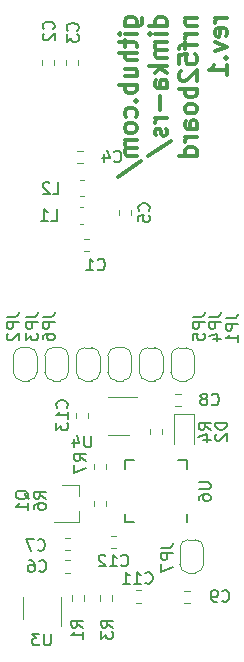
<source format=gbo>
G04 #@! TF.GenerationSoftware,KiCad,Pcbnew,5.0.0-rc1-44a33f2~62~ubuntu16.04.1*
G04 #@! TF.CreationDate,2018-04-24T12:49:53+03:00*
G04 #@! TF.ProjectId,nrf52board,6E72663532626F6172642E6B69636164,rev?*
G04 #@! TF.SameCoordinates,Original*
G04 #@! TF.FileFunction,Legend,Bot*
G04 #@! TF.FilePolarity,Positive*
%FSLAX46Y46*%
G04 Gerber Fmt 4.6, Leading zero omitted, Abs format (unit mm)*
G04 Created by KiCad (PCBNEW 5.0.0-rc1-44a33f2~62~ubuntu16.04.1) date Tue Apr 24 12:49:53 2018*
%MOMM*%
%LPD*%
G01*
G04 APERTURE LIST*
%ADD10C,0.300000*%
%ADD11C,0.120000*%
%ADD12C,0.150000*%
G04 APERTURE END LIST*
D10*
X71248571Y-55678000D02*
X72462857Y-55678000D01*
X72605714Y-55606571D01*
X72677142Y-55535142D01*
X72748571Y-55392285D01*
X72748571Y-55178000D01*
X72677142Y-55035142D01*
X72177142Y-55678000D02*
X72248571Y-55535142D01*
X72248571Y-55249428D01*
X72177142Y-55106571D01*
X72105714Y-55035142D01*
X71962857Y-54963714D01*
X71534285Y-54963714D01*
X71391428Y-55035142D01*
X71320000Y-55106571D01*
X71248571Y-55249428D01*
X71248571Y-55535142D01*
X71320000Y-55678000D01*
X72248571Y-56392285D02*
X71248571Y-56392285D01*
X70748571Y-56392285D02*
X70820000Y-56320857D01*
X70891428Y-56392285D01*
X70820000Y-56463714D01*
X70748571Y-56392285D01*
X70891428Y-56392285D01*
X71248571Y-56892285D02*
X71248571Y-57463714D01*
X70748571Y-57106571D02*
X72034285Y-57106571D01*
X72177142Y-57178000D01*
X72248571Y-57320857D01*
X72248571Y-57463714D01*
X72248571Y-57963714D02*
X70748571Y-57963714D01*
X72248571Y-58606571D02*
X71462857Y-58606571D01*
X71320000Y-58535142D01*
X71248571Y-58392285D01*
X71248571Y-58178000D01*
X71320000Y-58035142D01*
X71391428Y-57963714D01*
X71248571Y-59963714D02*
X72248571Y-59963714D01*
X71248571Y-59320857D02*
X72034285Y-59320857D01*
X72177142Y-59392285D01*
X72248571Y-59535142D01*
X72248571Y-59749428D01*
X72177142Y-59892285D01*
X72105714Y-59963714D01*
X72248571Y-60678000D02*
X70748571Y-60678000D01*
X71320000Y-60678000D02*
X71248571Y-60820857D01*
X71248571Y-61106571D01*
X71320000Y-61249428D01*
X71391428Y-61320857D01*
X71534285Y-61392285D01*
X71962857Y-61392285D01*
X72105714Y-61320857D01*
X72177142Y-61249428D01*
X72248571Y-61106571D01*
X72248571Y-60820857D01*
X72177142Y-60678000D01*
X72105714Y-62035142D02*
X72177142Y-62106571D01*
X72248571Y-62035142D01*
X72177142Y-61963714D01*
X72105714Y-62035142D01*
X72248571Y-62035142D01*
X72177142Y-63392285D02*
X72248571Y-63249428D01*
X72248571Y-62963714D01*
X72177142Y-62820857D01*
X72105714Y-62749428D01*
X71962857Y-62678000D01*
X71534285Y-62678000D01*
X71391428Y-62749428D01*
X71320000Y-62820857D01*
X71248571Y-62963714D01*
X71248571Y-63249428D01*
X71320000Y-63392285D01*
X72248571Y-64249428D02*
X72177142Y-64106571D01*
X72105714Y-64035142D01*
X71962857Y-63963714D01*
X71534285Y-63963714D01*
X71391428Y-64035142D01*
X71320000Y-64106571D01*
X71248571Y-64249428D01*
X71248571Y-64463714D01*
X71320000Y-64606571D01*
X71391428Y-64678000D01*
X71534285Y-64749428D01*
X71962857Y-64749428D01*
X72105714Y-64678000D01*
X72177142Y-64606571D01*
X72248571Y-64463714D01*
X72248571Y-64249428D01*
X72248571Y-65392285D02*
X71248571Y-65392285D01*
X71391428Y-65392285D02*
X71320000Y-65463714D01*
X71248571Y-65606571D01*
X71248571Y-65820857D01*
X71320000Y-65963714D01*
X71462857Y-66035142D01*
X72248571Y-66035142D01*
X71462857Y-66035142D02*
X71320000Y-66106571D01*
X71248571Y-66249428D01*
X71248571Y-66463714D01*
X71320000Y-66606571D01*
X71462857Y-66678000D01*
X72248571Y-66678000D01*
X70677142Y-68463714D02*
X72605714Y-67178000D01*
X74798571Y-55678000D02*
X73298571Y-55678000D01*
X74727142Y-55678000D02*
X74798571Y-55535142D01*
X74798571Y-55249428D01*
X74727142Y-55106571D01*
X74655714Y-55035142D01*
X74512857Y-54963714D01*
X74084285Y-54963714D01*
X73941428Y-55035142D01*
X73870000Y-55106571D01*
X73798571Y-55249428D01*
X73798571Y-55535142D01*
X73870000Y-55678000D01*
X74798571Y-56392285D02*
X73798571Y-56392285D01*
X73298571Y-56392285D02*
X73370000Y-56320857D01*
X73441428Y-56392285D01*
X73370000Y-56463714D01*
X73298571Y-56392285D01*
X73441428Y-56392285D01*
X74798571Y-57106571D02*
X73798571Y-57106571D01*
X73941428Y-57106571D02*
X73870000Y-57178000D01*
X73798571Y-57320857D01*
X73798571Y-57535142D01*
X73870000Y-57678000D01*
X74012857Y-57749428D01*
X74798571Y-57749428D01*
X74012857Y-57749428D02*
X73870000Y-57820857D01*
X73798571Y-57963714D01*
X73798571Y-58178000D01*
X73870000Y-58320857D01*
X74012857Y-58392285D01*
X74798571Y-58392285D01*
X74798571Y-59106571D02*
X73298571Y-59106571D01*
X74227142Y-59249428D02*
X74798571Y-59678000D01*
X73798571Y-59678000D02*
X74370000Y-59106571D01*
X74798571Y-60963714D02*
X74012857Y-60963714D01*
X73870000Y-60892285D01*
X73798571Y-60749428D01*
X73798571Y-60463714D01*
X73870000Y-60320857D01*
X74727142Y-60963714D02*
X74798571Y-60820857D01*
X74798571Y-60463714D01*
X74727142Y-60320857D01*
X74584285Y-60249428D01*
X74441428Y-60249428D01*
X74298571Y-60320857D01*
X74227142Y-60463714D01*
X74227142Y-60820857D01*
X74155714Y-60963714D01*
X74227142Y-61678000D02*
X74227142Y-62820857D01*
X74798571Y-63535142D02*
X73798571Y-63535142D01*
X74084285Y-63535142D02*
X73941428Y-63606571D01*
X73870000Y-63678000D01*
X73798571Y-63820857D01*
X73798571Y-63963714D01*
X74727142Y-64392285D02*
X74798571Y-64535142D01*
X74798571Y-64820857D01*
X74727142Y-64963714D01*
X74584285Y-65035142D01*
X74512857Y-65035142D01*
X74370000Y-64963714D01*
X74298571Y-64820857D01*
X74298571Y-64606571D01*
X74227142Y-64463714D01*
X74084285Y-64392285D01*
X74012857Y-64392285D01*
X73870000Y-64463714D01*
X73798571Y-64606571D01*
X73798571Y-64820857D01*
X73870000Y-64963714D01*
X73227142Y-66749428D02*
X75155714Y-65463714D01*
X76348571Y-55035142D02*
X77348571Y-55035142D01*
X76491428Y-55035142D02*
X76420000Y-55106571D01*
X76348571Y-55249428D01*
X76348571Y-55463714D01*
X76420000Y-55606571D01*
X76562857Y-55678000D01*
X77348571Y-55678000D01*
X77348571Y-56392285D02*
X76348571Y-56392285D01*
X76634285Y-56392285D02*
X76491428Y-56463714D01*
X76420000Y-56535142D01*
X76348571Y-56678000D01*
X76348571Y-56820857D01*
X76348571Y-57106571D02*
X76348571Y-57678000D01*
X77348571Y-57320857D02*
X76062857Y-57320857D01*
X75920000Y-57392285D01*
X75848571Y-57535142D01*
X75848571Y-57678000D01*
X75848571Y-58892285D02*
X75848571Y-58178000D01*
X76562857Y-58106571D01*
X76491428Y-58178000D01*
X76420000Y-58320857D01*
X76420000Y-58678000D01*
X76491428Y-58820857D01*
X76562857Y-58892285D01*
X76705714Y-58963714D01*
X77062857Y-58963714D01*
X77205714Y-58892285D01*
X77277142Y-58820857D01*
X77348571Y-58678000D01*
X77348571Y-58320857D01*
X77277142Y-58178000D01*
X77205714Y-58106571D01*
X75991428Y-59535142D02*
X75920000Y-59606571D01*
X75848571Y-59749428D01*
X75848571Y-60106571D01*
X75920000Y-60249428D01*
X75991428Y-60320857D01*
X76134285Y-60392285D01*
X76277142Y-60392285D01*
X76491428Y-60320857D01*
X77348571Y-59463714D01*
X77348571Y-60392285D01*
X77348571Y-61035142D02*
X75848571Y-61035142D01*
X76420000Y-61035142D02*
X76348571Y-61178000D01*
X76348571Y-61463714D01*
X76420000Y-61606571D01*
X76491428Y-61678000D01*
X76634285Y-61749428D01*
X77062857Y-61749428D01*
X77205714Y-61678000D01*
X77277142Y-61606571D01*
X77348571Y-61463714D01*
X77348571Y-61178000D01*
X77277142Y-61035142D01*
X77348571Y-62606571D02*
X77277142Y-62463714D01*
X77205714Y-62392285D01*
X77062857Y-62320857D01*
X76634285Y-62320857D01*
X76491428Y-62392285D01*
X76420000Y-62463714D01*
X76348571Y-62606571D01*
X76348571Y-62820857D01*
X76420000Y-62963714D01*
X76491428Y-63035142D01*
X76634285Y-63106571D01*
X77062857Y-63106571D01*
X77205714Y-63035142D01*
X77277142Y-62963714D01*
X77348571Y-62820857D01*
X77348571Y-62606571D01*
X77348571Y-64392285D02*
X76562857Y-64392285D01*
X76420000Y-64320857D01*
X76348571Y-64178000D01*
X76348571Y-63892285D01*
X76420000Y-63749428D01*
X77277142Y-64392285D02*
X77348571Y-64249428D01*
X77348571Y-63892285D01*
X77277142Y-63749428D01*
X77134285Y-63678000D01*
X76991428Y-63678000D01*
X76848571Y-63749428D01*
X76777142Y-63892285D01*
X76777142Y-64249428D01*
X76705714Y-64392285D01*
X77348571Y-65106571D02*
X76348571Y-65106571D01*
X76634285Y-65106571D02*
X76491428Y-65178000D01*
X76420000Y-65249428D01*
X76348571Y-65392285D01*
X76348571Y-65535142D01*
X77348571Y-66678000D02*
X75848571Y-66678000D01*
X77277142Y-66678000D02*
X77348571Y-66535142D01*
X77348571Y-66249428D01*
X77277142Y-66106571D01*
X77205714Y-66035142D01*
X77062857Y-65963714D01*
X76634285Y-65963714D01*
X76491428Y-66035142D01*
X76420000Y-66106571D01*
X76348571Y-66249428D01*
X76348571Y-66535142D01*
X76420000Y-66678000D01*
X79898571Y-55035142D02*
X78898571Y-55035142D01*
X79184285Y-55035142D02*
X79041428Y-55106571D01*
X78970000Y-55178000D01*
X78898571Y-55320857D01*
X78898571Y-55463714D01*
X79827142Y-56535142D02*
X79898571Y-56392285D01*
X79898571Y-56106571D01*
X79827142Y-55963714D01*
X79684285Y-55892285D01*
X79112857Y-55892285D01*
X78970000Y-55963714D01*
X78898571Y-56106571D01*
X78898571Y-56392285D01*
X78970000Y-56535142D01*
X79112857Y-56606571D01*
X79255714Y-56606571D01*
X79398571Y-55892285D01*
X78898571Y-57106571D02*
X79898571Y-57463714D01*
X78898571Y-57820857D01*
X79755714Y-58392285D02*
X79827142Y-58463714D01*
X79898571Y-58392285D01*
X79827142Y-58320857D01*
X79755714Y-58392285D01*
X79898571Y-58392285D01*
X79898571Y-59892285D02*
X79898571Y-59035142D01*
X79898571Y-59463714D02*
X78398571Y-59463714D01*
X78612857Y-59320857D01*
X78755714Y-59178000D01*
X78827142Y-59035142D01*
D11*
X62670000Y-105886000D02*
X62670000Y-104086000D01*
X65890000Y-104086000D02*
X65890000Y-106536000D01*
X63822000Y-83628000D02*
G75*
G03X63122000Y-82928000I-700000J0D01*
G01*
X62522000Y-82928000D02*
G75*
G03X61822000Y-83628000I0J-700000D01*
G01*
X61822000Y-85028000D02*
G75*
G03X62522000Y-85728000I700000J0D01*
G01*
X63122000Y-85728000D02*
G75*
G03X63822000Y-85028000I0J700000D01*
G01*
X62522000Y-85728000D02*
X63122000Y-85728000D01*
X61822000Y-83628000D02*
X61822000Y-85028000D01*
X63122000Y-82928000D02*
X62522000Y-82928000D01*
X63822000Y-85028000D02*
X63822000Y-83628000D01*
X67421800Y-71045000D02*
X67721800Y-71045000D01*
X67421800Y-72465000D02*
X67721800Y-72465000D01*
X67762400Y-70128200D02*
X67462400Y-70128200D01*
X67762400Y-68708200D02*
X67462400Y-68708200D01*
X68263000Y-73734200D02*
X67823000Y-73734200D01*
X68263000Y-74754200D02*
X67823000Y-74754200D01*
X65237000Y-59007000D02*
X65237000Y-58567000D01*
X64217000Y-59007000D02*
X64217000Y-58567000D01*
X66249000Y-59021000D02*
X66249000Y-58581000D01*
X67269000Y-59021000D02*
X67269000Y-58581000D01*
X67236200Y-67337400D02*
X67676200Y-67337400D01*
X67236200Y-66317400D02*
X67676200Y-66317400D01*
X70770200Y-71735000D02*
X70770200Y-71295000D01*
X71790200Y-71735000D02*
X71790200Y-71295000D01*
X66158000Y-100963000D02*
X66598000Y-100963000D01*
X66158000Y-101983000D02*
X66598000Y-101983000D01*
X66172000Y-100078000D02*
X66612000Y-100078000D01*
X66172000Y-99058000D02*
X66612000Y-99058000D01*
X75982000Y-87886000D02*
X75542000Y-87886000D01*
X75982000Y-86866000D02*
X75542000Y-86866000D01*
X76744000Y-104548400D02*
X76304000Y-104548400D01*
X76744000Y-103528400D02*
X76304000Y-103528400D01*
X72228600Y-104523000D02*
X72668600Y-104523000D01*
X72228600Y-103503000D02*
X72668600Y-103503000D01*
X70081000Y-98854800D02*
X70521000Y-98854800D01*
X70081000Y-99874800D02*
X70521000Y-99874800D01*
X67138000Y-88440000D02*
X67138000Y-88880000D01*
X68158000Y-88440000D02*
X68158000Y-88880000D01*
X77157000Y-85047000D02*
X77157000Y-83647000D01*
X76457000Y-82947000D02*
X75857000Y-82947000D01*
X75157000Y-83647000D02*
X75157000Y-85047000D01*
X75857000Y-85747000D02*
X76457000Y-85747000D01*
X76457000Y-85747000D02*
G75*
G03X77157000Y-85047000I0J700000D01*
G01*
X75157000Y-85047000D02*
G75*
G03X75857000Y-85747000I700000J0D01*
G01*
X75857000Y-82947000D02*
G75*
G03X75157000Y-83647000I0J-700000D01*
G01*
X77157000Y-83647000D02*
G75*
G03X76457000Y-82947000I-700000J0D01*
G01*
X66489000Y-83628000D02*
G75*
G03X65789000Y-82928000I-700000J0D01*
G01*
X65189000Y-82928000D02*
G75*
G03X64489000Y-83628000I0J-700000D01*
G01*
X64489000Y-85028000D02*
G75*
G03X65189000Y-85728000I700000J0D01*
G01*
X65789000Y-85728000D02*
G75*
G03X66489000Y-85028000I0J700000D01*
G01*
X65189000Y-85728000D02*
X65789000Y-85728000D01*
X64489000Y-83628000D02*
X64489000Y-85028000D01*
X65789000Y-82928000D02*
X65189000Y-82928000D01*
X66489000Y-85028000D02*
X66489000Y-83628000D01*
X74490000Y-85043000D02*
X74490000Y-83643000D01*
X73790000Y-82943000D02*
X73190000Y-82943000D01*
X72490000Y-83643000D02*
X72490000Y-85043000D01*
X73190000Y-85743000D02*
X73790000Y-85743000D01*
X73790000Y-85743000D02*
G75*
G03X74490000Y-85043000I0J700000D01*
G01*
X72490000Y-85043000D02*
G75*
G03X73190000Y-85743000I700000J0D01*
G01*
X73190000Y-82943000D02*
G75*
G03X72490000Y-83643000I0J-700000D01*
G01*
X74490000Y-83643000D02*
G75*
G03X73790000Y-82943000I-700000J0D01*
G01*
X71823000Y-83628000D02*
G75*
G03X71123000Y-82928000I-700000J0D01*
G01*
X70523000Y-82928000D02*
G75*
G03X69823000Y-83628000I0J-700000D01*
G01*
X69823000Y-85028000D02*
G75*
G03X70523000Y-85728000I700000J0D01*
G01*
X71123000Y-85728000D02*
G75*
G03X71823000Y-85028000I0J700000D01*
G01*
X70523000Y-85728000D02*
X71123000Y-85728000D01*
X69823000Y-83628000D02*
X69823000Y-85028000D01*
X71123000Y-82928000D02*
X70523000Y-82928000D01*
X71823000Y-85028000D02*
X71823000Y-83628000D01*
X69156000Y-85043000D02*
X69156000Y-83643000D01*
X68456000Y-82943000D02*
X67856000Y-82943000D01*
X67156000Y-83643000D02*
X67156000Y-85043000D01*
X67856000Y-85743000D02*
X68456000Y-85743000D01*
X68456000Y-85743000D02*
G75*
G03X69156000Y-85043000I0J700000D01*
G01*
X67156000Y-85043000D02*
G75*
G03X67856000Y-85743000I700000J0D01*
G01*
X67856000Y-82943000D02*
G75*
G03X67156000Y-83643000I0J-700000D01*
G01*
X69156000Y-83643000D02*
G75*
G03X68456000Y-82943000I-700000J0D01*
G01*
X75919000Y-101299000D02*
G75*
G03X76619000Y-101999000I700000J0D01*
G01*
X77219000Y-101999000D02*
G75*
G03X77919000Y-101299000I0J700000D01*
G01*
X77919000Y-99899000D02*
G75*
G03X77219000Y-99199000I-700000J0D01*
G01*
X76619000Y-99199000D02*
G75*
G03X75919000Y-99899000I0J-700000D01*
G01*
X77219000Y-99199000D02*
X76619000Y-99199000D01*
X77919000Y-101299000D02*
X77919000Y-99899000D01*
X76619000Y-101999000D02*
X77219000Y-101999000D01*
X75919000Y-99899000D02*
X75919000Y-101299000D01*
X67392000Y-94559000D02*
X67392000Y-95489000D01*
X67392000Y-97719000D02*
X67392000Y-96789000D01*
X67392000Y-97719000D02*
X65232000Y-97719000D01*
X67392000Y-94559000D02*
X65932000Y-94559000D01*
X66757000Y-104360000D02*
X66757000Y-103920000D01*
X67777000Y-104360000D02*
X67777000Y-103920000D01*
X69170000Y-104360000D02*
X69170000Y-103920000D01*
X70190000Y-104360000D02*
X70190000Y-103920000D01*
X74381000Y-90277000D02*
X74381000Y-89837000D01*
X73361000Y-90277000D02*
X73361000Y-89837000D01*
X69682000Y-95919000D02*
X69682000Y-96359000D01*
X68662000Y-95919000D02*
X68662000Y-96359000D01*
X69682000Y-93198000D02*
X69682000Y-92758000D01*
X68662000Y-93198000D02*
X68662000Y-92758000D01*
X69839000Y-87097000D02*
X72289000Y-87097000D01*
X71639000Y-90317000D02*
X69839000Y-90317000D01*
D12*
X76521400Y-92498000D02*
X75771400Y-92498000D01*
X71271400Y-97748000D02*
X72021400Y-97748000D01*
X71271400Y-92498000D02*
X72021400Y-92498000D01*
X76521400Y-97748000D02*
X76521400Y-96998000D01*
X71271400Y-97748000D02*
X71271400Y-96998000D01*
X71271400Y-92498000D02*
X71271400Y-93248000D01*
X76521400Y-92498000D02*
X76521400Y-93248000D01*
D11*
X75434000Y-88577000D02*
X77134000Y-88577000D01*
X77134000Y-88577000D02*
X77134000Y-91127000D01*
X75434000Y-88577000D02*
X75434000Y-91127000D01*
D12*
X64980904Y-107148380D02*
X64980904Y-107957904D01*
X64933285Y-108053142D01*
X64885666Y-108100761D01*
X64790428Y-108148380D01*
X64599952Y-108148380D01*
X64504714Y-108100761D01*
X64457095Y-108053142D01*
X64409476Y-107957904D01*
X64409476Y-107148380D01*
X64028523Y-107148380D02*
X63409476Y-107148380D01*
X63742809Y-107529333D01*
X63599952Y-107529333D01*
X63504714Y-107576952D01*
X63457095Y-107624571D01*
X63409476Y-107719809D01*
X63409476Y-107957904D01*
X63457095Y-108053142D01*
X63504714Y-108100761D01*
X63599952Y-108148380D01*
X63885666Y-108148380D01*
X63980904Y-108100761D01*
X64028523Y-108053142D01*
X61258380Y-80319666D02*
X61972666Y-80319666D01*
X62115523Y-80272047D01*
X62210761Y-80176809D01*
X62258380Y-80033952D01*
X62258380Y-79938714D01*
X62258380Y-80795857D02*
X61258380Y-80795857D01*
X61258380Y-81176809D01*
X61306000Y-81272047D01*
X61353619Y-81319666D01*
X61448857Y-81367285D01*
X61591714Y-81367285D01*
X61686952Y-81319666D01*
X61734571Y-81272047D01*
X61782190Y-81176809D01*
X61782190Y-80795857D01*
X61353619Y-81748238D02*
X61306000Y-81795857D01*
X61258380Y-81891095D01*
X61258380Y-82129190D01*
X61306000Y-82224428D01*
X61353619Y-82272047D01*
X61448857Y-82319666D01*
X61544095Y-82319666D01*
X61686952Y-82272047D01*
X62258380Y-81700619D01*
X62258380Y-82319666D01*
X65020666Y-72207380D02*
X65496857Y-72207380D01*
X65496857Y-71207380D01*
X64163523Y-72207380D02*
X64734952Y-72207380D01*
X64449238Y-72207380D02*
X64449238Y-71207380D01*
X64544476Y-71350238D01*
X64639714Y-71445476D01*
X64734952Y-71493095D01*
X65147666Y-69921380D02*
X65623857Y-69921380D01*
X65623857Y-68921380D01*
X64861952Y-69016619D02*
X64814333Y-68969000D01*
X64719095Y-68921380D01*
X64481000Y-68921380D01*
X64385761Y-68969000D01*
X64338142Y-69016619D01*
X64290523Y-69111857D01*
X64290523Y-69207095D01*
X64338142Y-69349952D01*
X64909571Y-69921380D01*
X64290523Y-69921380D01*
X68957666Y-76303142D02*
X69005285Y-76350761D01*
X69148142Y-76398380D01*
X69243380Y-76398380D01*
X69386238Y-76350761D01*
X69481476Y-76255523D01*
X69529095Y-76160285D01*
X69576714Y-75969809D01*
X69576714Y-75826952D01*
X69529095Y-75636476D01*
X69481476Y-75541238D01*
X69386238Y-75446000D01*
X69243380Y-75398380D01*
X69148142Y-75398380D01*
X69005285Y-75446000D01*
X68957666Y-75493619D01*
X68005285Y-76398380D02*
X68576714Y-76398380D01*
X68291000Y-76398380D02*
X68291000Y-75398380D01*
X68386238Y-75541238D01*
X68481476Y-75636476D01*
X68576714Y-75684095D01*
X65211142Y-55967333D02*
X65258761Y-55919714D01*
X65306380Y-55776857D01*
X65306380Y-55681619D01*
X65258761Y-55538761D01*
X65163523Y-55443523D01*
X65068285Y-55395904D01*
X64877809Y-55348285D01*
X64734952Y-55348285D01*
X64544476Y-55395904D01*
X64449238Y-55443523D01*
X64354000Y-55538761D01*
X64306380Y-55681619D01*
X64306380Y-55776857D01*
X64354000Y-55919714D01*
X64401619Y-55967333D01*
X64401619Y-56348285D02*
X64354000Y-56395904D01*
X64306380Y-56491142D01*
X64306380Y-56729238D01*
X64354000Y-56824476D01*
X64401619Y-56872095D01*
X64496857Y-56919714D01*
X64592095Y-56919714D01*
X64734952Y-56872095D01*
X65306380Y-56300666D01*
X65306380Y-56919714D01*
X67243142Y-56094333D02*
X67290761Y-56046714D01*
X67338380Y-55903857D01*
X67338380Y-55808619D01*
X67290761Y-55665761D01*
X67195523Y-55570523D01*
X67100285Y-55522904D01*
X66909809Y-55475285D01*
X66766952Y-55475285D01*
X66576476Y-55522904D01*
X66481238Y-55570523D01*
X66386000Y-55665761D01*
X66338380Y-55808619D01*
X66338380Y-55903857D01*
X66386000Y-56046714D01*
X66433619Y-56094333D01*
X66338380Y-56427666D02*
X66338380Y-57046714D01*
X66719333Y-56713380D01*
X66719333Y-56856238D01*
X66766952Y-56951476D01*
X66814571Y-56999095D01*
X66909809Y-57046714D01*
X67147904Y-57046714D01*
X67243142Y-56999095D01*
X67290761Y-56951476D01*
X67338380Y-56856238D01*
X67338380Y-56570523D01*
X67290761Y-56475285D01*
X67243142Y-56427666D01*
X70354666Y-67159142D02*
X70402285Y-67206761D01*
X70545142Y-67254380D01*
X70640380Y-67254380D01*
X70783238Y-67206761D01*
X70878476Y-67111523D01*
X70926095Y-67016285D01*
X70973714Y-66825809D01*
X70973714Y-66682952D01*
X70926095Y-66492476D01*
X70878476Y-66397238D01*
X70783238Y-66302000D01*
X70640380Y-66254380D01*
X70545142Y-66254380D01*
X70402285Y-66302000D01*
X70354666Y-66349619D01*
X69497523Y-66587714D02*
X69497523Y-67254380D01*
X69735619Y-66206761D02*
X69973714Y-66921047D01*
X69354666Y-66921047D01*
X73287342Y-71348333D02*
X73334961Y-71300714D01*
X73382580Y-71157857D01*
X73382580Y-71062619D01*
X73334961Y-70919761D01*
X73239723Y-70824523D01*
X73144485Y-70776904D01*
X72954009Y-70729285D01*
X72811152Y-70729285D01*
X72620676Y-70776904D01*
X72525438Y-70824523D01*
X72430200Y-70919761D01*
X72382580Y-71062619D01*
X72382580Y-71157857D01*
X72430200Y-71300714D01*
X72477819Y-71348333D01*
X72382580Y-72253095D02*
X72382580Y-71776904D01*
X72858771Y-71729285D01*
X72811152Y-71776904D01*
X72763533Y-71872142D01*
X72763533Y-72110238D01*
X72811152Y-72205476D01*
X72858771Y-72253095D01*
X72954009Y-72300714D01*
X73192104Y-72300714D01*
X73287342Y-72253095D01*
X73334961Y-72205476D01*
X73382580Y-72110238D01*
X73382580Y-71872142D01*
X73334961Y-71776904D01*
X73287342Y-71729285D01*
X64004666Y-101830142D02*
X64052285Y-101877761D01*
X64195142Y-101925380D01*
X64290380Y-101925380D01*
X64433238Y-101877761D01*
X64528476Y-101782523D01*
X64576095Y-101687285D01*
X64623714Y-101496809D01*
X64623714Y-101353952D01*
X64576095Y-101163476D01*
X64528476Y-101068238D01*
X64433238Y-100973000D01*
X64290380Y-100925380D01*
X64195142Y-100925380D01*
X64052285Y-100973000D01*
X64004666Y-101020619D01*
X63147523Y-100925380D02*
X63338000Y-100925380D01*
X63433238Y-100973000D01*
X63480857Y-101020619D01*
X63576095Y-101163476D01*
X63623714Y-101353952D01*
X63623714Y-101734904D01*
X63576095Y-101830142D01*
X63528476Y-101877761D01*
X63433238Y-101925380D01*
X63242761Y-101925380D01*
X63147523Y-101877761D01*
X63099904Y-101830142D01*
X63052285Y-101734904D01*
X63052285Y-101496809D01*
X63099904Y-101401571D01*
X63147523Y-101353952D01*
X63242761Y-101306333D01*
X63433238Y-101306333D01*
X63528476Y-101353952D01*
X63576095Y-101401571D01*
X63623714Y-101496809D01*
X63877666Y-100052142D02*
X63925285Y-100099761D01*
X64068142Y-100147380D01*
X64163380Y-100147380D01*
X64306238Y-100099761D01*
X64401476Y-100004523D01*
X64449095Y-99909285D01*
X64496714Y-99718809D01*
X64496714Y-99575952D01*
X64449095Y-99385476D01*
X64401476Y-99290238D01*
X64306238Y-99195000D01*
X64163380Y-99147380D01*
X64068142Y-99147380D01*
X63925285Y-99195000D01*
X63877666Y-99242619D01*
X63544333Y-99147380D02*
X62877666Y-99147380D01*
X63306238Y-100147380D01*
X78609666Y-87733142D02*
X78657285Y-87780761D01*
X78800142Y-87828380D01*
X78895380Y-87828380D01*
X79038238Y-87780761D01*
X79133476Y-87685523D01*
X79181095Y-87590285D01*
X79228714Y-87399809D01*
X79228714Y-87256952D01*
X79181095Y-87066476D01*
X79133476Y-86971238D01*
X79038238Y-86876000D01*
X78895380Y-86828380D01*
X78800142Y-86828380D01*
X78657285Y-86876000D01*
X78609666Y-86923619D01*
X78038238Y-87256952D02*
X78133476Y-87209333D01*
X78181095Y-87161714D01*
X78228714Y-87066476D01*
X78228714Y-87018857D01*
X78181095Y-86923619D01*
X78133476Y-86876000D01*
X78038238Y-86828380D01*
X77847761Y-86828380D01*
X77752523Y-86876000D01*
X77704904Y-86923619D01*
X77657285Y-87018857D01*
X77657285Y-87066476D01*
X77704904Y-87161714D01*
X77752523Y-87209333D01*
X77847761Y-87256952D01*
X78038238Y-87256952D01*
X78133476Y-87304571D01*
X78181095Y-87352190D01*
X78228714Y-87447428D01*
X78228714Y-87637904D01*
X78181095Y-87733142D01*
X78133476Y-87780761D01*
X78038238Y-87828380D01*
X77847761Y-87828380D01*
X77752523Y-87780761D01*
X77704904Y-87733142D01*
X77657285Y-87637904D01*
X77657285Y-87447428D01*
X77704904Y-87352190D01*
X77752523Y-87304571D01*
X77847761Y-87256952D01*
X79498666Y-104370142D02*
X79546285Y-104417761D01*
X79689142Y-104465380D01*
X79784380Y-104465380D01*
X79927238Y-104417761D01*
X80022476Y-104322523D01*
X80070095Y-104227285D01*
X80117714Y-104036809D01*
X80117714Y-103893952D01*
X80070095Y-103703476D01*
X80022476Y-103608238D01*
X79927238Y-103513000D01*
X79784380Y-103465380D01*
X79689142Y-103465380D01*
X79546285Y-103513000D01*
X79498666Y-103560619D01*
X79022476Y-104465380D02*
X78832000Y-104465380D01*
X78736761Y-104417761D01*
X78689142Y-104370142D01*
X78593904Y-104227285D01*
X78546285Y-104036809D01*
X78546285Y-103655857D01*
X78593904Y-103560619D01*
X78641523Y-103513000D01*
X78736761Y-103465380D01*
X78927238Y-103465380D01*
X79022476Y-103513000D01*
X79070095Y-103560619D01*
X79117714Y-103655857D01*
X79117714Y-103893952D01*
X79070095Y-103989190D01*
X79022476Y-104036809D01*
X78927238Y-104084428D01*
X78736761Y-104084428D01*
X78641523Y-104036809D01*
X78593904Y-103989190D01*
X78546285Y-103893952D01*
X72989857Y-102846142D02*
X73037476Y-102893761D01*
X73180333Y-102941380D01*
X73275571Y-102941380D01*
X73418428Y-102893761D01*
X73513666Y-102798523D01*
X73561285Y-102703285D01*
X73608904Y-102512809D01*
X73608904Y-102369952D01*
X73561285Y-102179476D01*
X73513666Y-102084238D01*
X73418428Y-101989000D01*
X73275571Y-101941380D01*
X73180333Y-101941380D01*
X73037476Y-101989000D01*
X72989857Y-102036619D01*
X72037476Y-102941380D02*
X72608904Y-102941380D01*
X72323190Y-102941380D02*
X72323190Y-101941380D01*
X72418428Y-102084238D01*
X72513666Y-102179476D01*
X72608904Y-102227095D01*
X71085095Y-102941380D02*
X71656523Y-102941380D01*
X71370809Y-102941380D02*
X71370809Y-101941380D01*
X71466047Y-102084238D01*
X71561285Y-102179476D01*
X71656523Y-102227095D01*
X70943857Y-101371942D02*
X70991476Y-101419561D01*
X71134333Y-101467180D01*
X71229571Y-101467180D01*
X71372428Y-101419561D01*
X71467666Y-101324323D01*
X71515285Y-101229085D01*
X71562904Y-101038609D01*
X71562904Y-100895752D01*
X71515285Y-100705276D01*
X71467666Y-100610038D01*
X71372428Y-100514800D01*
X71229571Y-100467180D01*
X71134333Y-100467180D01*
X70991476Y-100514800D01*
X70943857Y-100562419D01*
X69991476Y-101467180D02*
X70562904Y-101467180D01*
X70277190Y-101467180D02*
X70277190Y-100467180D01*
X70372428Y-100610038D01*
X70467666Y-100705276D01*
X70562904Y-100752895D01*
X69610523Y-100562419D02*
X69562904Y-100514800D01*
X69467666Y-100467180D01*
X69229571Y-100467180D01*
X69134333Y-100514800D01*
X69086714Y-100562419D01*
X69039095Y-100657657D01*
X69039095Y-100752895D01*
X69086714Y-100895752D01*
X69658142Y-101467180D01*
X69039095Y-101467180D01*
X66355142Y-88017142D02*
X66402761Y-87969523D01*
X66450380Y-87826666D01*
X66450380Y-87731428D01*
X66402761Y-87588571D01*
X66307523Y-87493333D01*
X66212285Y-87445714D01*
X66021809Y-87398095D01*
X65878952Y-87398095D01*
X65688476Y-87445714D01*
X65593238Y-87493333D01*
X65498000Y-87588571D01*
X65450380Y-87731428D01*
X65450380Y-87826666D01*
X65498000Y-87969523D01*
X65545619Y-88017142D01*
X66450380Y-88969523D02*
X66450380Y-88398095D01*
X66450380Y-88683809D02*
X65450380Y-88683809D01*
X65593238Y-88588571D01*
X65688476Y-88493333D01*
X65736095Y-88398095D01*
X65450380Y-89302857D02*
X65450380Y-89921904D01*
X65831333Y-89588571D01*
X65831333Y-89731428D01*
X65878952Y-89826666D01*
X65926571Y-89874285D01*
X66021809Y-89921904D01*
X66259904Y-89921904D01*
X66355142Y-89874285D01*
X66402761Y-89826666D01*
X66450380Y-89731428D01*
X66450380Y-89445714D01*
X66402761Y-89350476D01*
X66355142Y-89302857D01*
X79800380Y-80446666D02*
X80514666Y-80446666D01*
X80657523Y-80399047D01*
X80752761Y-80303809D01*
X80800380Y-80160952D01*
X80800380Y-80065714D01*
X80800380Y-80922857D02*
X79800380Y-80922857D01*
X79800380Y-81303809D01*
X79848000Y-81399047D01*
X79895619Y-81446666D01*
X79990857Y-81494285D01*
X80133714Y-81494285D01*
X80228952Y-81446666D01*
X80276571Y-81399047D01*
X80324190Y-81303809D01*
X80324190Y-80922857D01*
X80800380Y-82446666D02*
X80800380Y-81875238D01*
X80800380Y-82160952D02*
X79800380Y-82160952D01*
X79943238Y-82065714D01*
X80038476Y-81970476D01*
X80086095Y-81875238D01*
X62909380Y-80319666D02*
X63623666Y-80319666D01*
X63766523Y-80272047D01*
X63861761Y-80176809D01*
X63909380Y-80033952D01*
X63909380Y-79938714D01*
X63909380Y-80795857D02*
X62909380Y-80795857D01*
X62909380Y-81176809D01*
X62957000Y-81272047D01*
X63004619Y-81319666D01*
X63099857Y-81367285D01*
X63242714Y-81367285D01*
X63337952Y-81319666D01*
X63385571Y-81272047D01*
X63433190Y-81176809D01*
X63433190Y-80795857D01*
X62909380Y-81700619D02*
X62909380Y-82319666D01*
X63290333Y-81986333D01*
X63290333Y-82129190D01*
X63337952Y-82224428D01*
X63385571Y-82272047D01*
X63480809Y-82319666D01*
X63718904Y-82319666D01*
X63814142Y-82272047D01*
X63861761Y-82224428D01*
X63909380Y-82129190D01*
X63909380Y-81843476D01*
X63861761Y-81748238D01*
X63814142Y-81700619D01*
X78403380Y-80319666D02*
X79117666Y-80319666D01*
X79260523Y-80272047D01*
X79355761Y-80176809D01*
X79403380Y-80033952D01*
X79403380Y-79938714D01*
X79403380Y-80795857D02*
X78403380Y-80795857D01*
X78403380Y-81176809D01*
X78451000Y-81272047D01*
X78498619Y-81319666D01*
X78593857Y-81367285D01*
X78736714Y-81367285D01*
X78831952Y-81319666D01*
X78879571Y-81272047D01*
X78927190Y-81176809D01*
X78927190Y-80795857D01*
X78736714Y-82224428D02*
X79403380Y-82224428D01*
X78355761Y-81986333D02*
X79070047Y-81748238D01*
X79070047Y-82367285D01*
X77006380Y-80319666D02*
X77720666Y-80319666D01*
X77863523Y-80272047D01*
X77958761Y-80176809D01*
X78006380Y-80033952D01*
X78006380Y-79938714D01*
X78006380Y-80795857D02*
X77006380Y-80795857D01*
X77006380Y-81176809D01*
X77054000Y-81272047D01*
X77101619Y-81319666D01*
X77196857Y-81367285D01*
X77339714Y-81367285D01*
X77434952Y-81319666D01*
X77482571Y-81272047D01*
X77530190Y-81176809D01*
X77530190Y-80795857D01*
X77006380Y-82272047D02*
X77006380Y-81795857D01*
X77482571Y-81748238D01*
X77434952Y-81795857D01*
X77387333Y-81891095D01*
X77387333Y-82129190D01*
X77434952Y-82224428D01*
X77482571Y-82272047D01*
X77577809Y-82319666D01*
X77815904Y-82319666D01*
X77911142Y-82272047D01*
X77958761Y-82224428D01*
X78006380Y-82129190D01*
X78006380Y-81891095D01*
X77958761Y-81795857D01*
X77911142Y-81748238D01*
X64306380Y-80319666D02*
X65020666Y-80319666D01*
X65163523Y-80272047D01*
X65258761Y-80176809D01*
X65306380Y-80033952D01*
X65306380Y-79938714D01*
X65306380Y-80795857D02*
X64306380Y-80795857D01*
X64306380Y-81176809D01*
X64354000Y-81272047D01*
X64401619Y-81319666D01*
X64496857Y-81367285D01*
X64639714Y-81367285D01*
X64734952Y-81319666D01*
X64782571Y-81272047D01*
X64830190Y-81176809D01*
X64830190Y-80795857D01*
X64306380Y-82224428D02*
X64306380Y-82033952D01*
X64354000Y-81938714D01*
X64401619Y-81891095D01*
X64544476Y-81795857D01*
X64734952Y-81748238D01*
X65115904Y-81748238D01*
X65211142Y-81795857D01*
X65258761Y-81843476D01*
X65306380Y-81938714D01*
X65306380Y-82129190D01*
X65258761Y-82224428D01*
X65211142Y-82272047D01*
X65115904Y-82319666D01*
X64877809Y-82319666D01*
X64782571Y-82272047D01*
X64734952Y-82224428D01*
X64687333Y-82129190D01*
X64687333Y-81938714D01*
X64734952Y-81843476D01*
X64782571Y-81795857D01*
X64877809Y-81748238D01*
X74339380Y-99877666D02*
X75053666Y-99877666D01*
X75196523Y-99830047D01*
X75291761Y-99734809D01*
X75339380Y-99591952D01*
X75339380Y-99496714D01*
X75339380Y-100353857D02*
X74339380Y-100353857D01*
X74339380Y-100734809D01*
X74387000Y-100830047D01*
X74434619Y-100877666D01*
X74529857Y-100925285D01*
X74672714Y-100925285D01*
X74767952Y-100877666D01*
X74815571Y-100830047D01*
X74863190Y-100734809D01*
X74863190Y-100353857D01*
X74339380Y-101258619D02*
X74339380Y-101925285D01*
X75339380Y-101496714D01*
X63115619Y-95789761D02*
X63068000Y-95694523D01*
X62972761Y-95599285D01*
X62829904Y-95456428D01*
X62782285Y-95361190D01*
X62782285Y-95265952D01*
X63020380Y-95313571D02*
X62972761Y-95218333D01*
X62877523Y-95123095D01*
X62687047Y-95075476D01*
X62353714Y-95075476D01*
X62163238Y-95123095D01*
X62068000Y-95218333D01*
X62020380Y-95313571D01*
X62020380Y-95504047D01*
X62068000Y-95599285D01*
X62163238Y-95694523D01*
X62353714Y-95742142D01*
X62687047Y-95742142D01*
X62877523Y-95694523D01*
X62972761Y-95599285D01*
X63020380Y-95504047D01*
X63020380Y-95313571D01*
X63020380Y-96694523D02*
X63020380Y-96123095D01*
X63020380Y-96408809D02*
X62020380Y-96408809D01*
X62163238Y-96313571D01*
X62258476Y-96218333D01*
X62306095Y-96123095D01*
X67719380Y-106640333D02*
X67243190Y-106307000D01*
X67719380Y-106068904D02*
X66719380Y-106068904D01*
X66719380Y-106449857D01*
X66767000Y-106545095D01*
X66814619Y-106592714D01*
X66909857Y-106640333D01*
X67052714Y-106640333D01*
X67147952Y-106592714D01*
X67195571Y-106545095D01*
X67243190Y-106449857D01*
X67243190Y-106068904D01*
X67719380Y-107592714D02*
X67719380Y-107021285D01*
X67719380Y-107307000D02*
X66719380Y-107307000D01*
X66862238Y-107211761D01*
X66957476Y-107116523D01*
X67005095Y-107021285D01*
X70259380Y-106640333D02*
X69783190Y-106307000D01*
X70259380Y-106068904D02*
X69259380Y-106068904D01*
X69259380Y-106449857D01*
X69307000Y-106545095D01*
X69354619Y-106592714D01*
X69449857Y-106640333D01*
X69592714Y-106640333D01*
X69687952Y-106592714D01*
X69735571Y-106545095D01*
X69783190Y-106449857D01*
X69783190Y-106068904D01*
X69259380Y-106973666D02*
X69259380Y-107592714D01*
X69640333Y-107259380D01*
X69640333Y-107402238D01*
X69687952Y-107497476D01*
X69735571Y-107545095D01*
X69830809Y-107592714D01*
X70068904Y-107592714D01*
X70164142Y-107545095D01*
X70211761Y-107497476D01*
X70259380Y-107402238D01*
X70259380Y-107116523D01*
X70211761Y-107021285D01*
X70164142Y-106973666D01*
X78514380Y-89890333D02*
X78038190Y-89557000D01*
X78514380Y-89318904D02*
X77514380Y-89318904D01*
X77514380Y-89699857D01*
X77562000Y-89795095D01*
X77609619Y-89842714D01*
X77704857Y-89890333D01*
X77847714Y-89890333D01*
X77942952Y-89842714D01*
X77990571Y-89795095D01*
X78038190Y-89699857D01*
X78038190Y-89318904D01*
X77847714Y-90747476D02*
X78514380Y-90747476D01*
X77466761Y-90509380D02*
X78181047Y-90271285D01*
X78181047Y-90890333D01*
X64544380Y-95718333D02*
X64068190Y-95385000D01*
X64544380Y-95146904D02*
X63544380Y-95146904D01*
X63544380Y-95527857D01*
X63592000Y-95623095D01*
X63639619Y-95670714D01*
X63734857Y-95718333D01*
X63877714Y-95718333D01*
X63972952Y-95670714D01*
X64020571Y-95623095D01*
X64068190Y-95527857D01*
X64068190Y-95146904D01*
X63544380Y-96575476D02*
X63544380Y-96385000D01*
X63592000Y-96289761D01*
X63639619Y-96242142D01*
X63782476Y-96146904D01*
X63972952Y-96099285D01*
X64353904Y-96099285D01*
X64449142Y-96146904D01*
X64496761Y-96194523D01*
X64544380Y-96289761D01*
X64544380Y-96480238D01*
X64496761Y-96575476D01*
X64449142Y-96623095D01*
X64353904Y-96670714D01*
X64115809Y-96670714D01*
X64020571Y-96623095D01*
X63972952Y-96575476D01*
X63925333Y-96480238D01*
X63925333Y-96289761D01*
X63972952Y-96194523D01*
X64020571Y-96146904D01*
X64115809Y-96099285D01*
X67973380Y-92543333D02*
X67497190Y-92210000D01*
X67973380Y-91971904D02*
X66973380Y-91971904D01*
X66973380Y-92352857D01*
X67021000Y-92448095D01*
X67068619Y-92495714D01*
X67163857Y-92543333D01*
X67306714Y-92543333D01*
X67401952Y-92495714D01*
X67449571Y-92448095D01*
X67497190Y-92352857D01*
X67497190Y-91971904D01*
X66973380Y-92876666D02*
X66973380Y-93543333D01*
X67973380Y-93114761D01*
X68409904Y-90384380D02*
X68409904Y-91193904D01*
X68362285Y-91289142D01*
X68314666Y-91336761D01*
X68219428Y-91384380D01*
X68028952Y-91384380D01*
X67933714Y-91336761D01*
X67886095Y-91289142D01*
X67838476Y-91193904D01*
X67838476Y-90384380D01*
X66933714Y-90717714D02*
X66933714Y-91384380D01*
X67171809Y-90336761D02*
X67409904Y-91051047D01*
X66790857Y-91051047D01*
X77514380Y-94361095D02*
X78323904Y-94361095D01*
X78419142Y-94408714D01*
X78466761Y-94456333D01*
X78514380Y-94551571D01*
X78514380Y-94742047D01*
X78466761Y-94837285D01*
X78419142Y-94884904D01*
X78323904Y-94932523D01*
X77514380Y-94932523D01*
X77514380Y-95837285D02*
X77514380Y-95646809D01*
X77562000Y-95551571D01*
X77609619Y-95503952D01*
X77752476Y-95408714D01*
X77942952Y-95361095D01*
X78323904Y-95361095D01*
X78419142Y-95408714D01*
X78466761Y-95456333D01*
X78514380Y-95551571D01*
X78514380Y-95742047D01*
X78466761Y-95837285D01*
X78419142Y-95884904D01*
X78323904Y-95932523D01*
X78085809Y-95932523D01*
X77990571Y-95884904D01*
X77942952Y-95837285D01*
X77895333Y-95742047D01*
X77895333Y-95551571D01*
X77942952Y-95456333D01*
X77990571Y-95408714D01*
X78085809Y-95361095D01*
X79911380Y-89304904D02*
X78911380Y-89304904D01*
X78911380Y-89543000D01*
X78959000Y-89685857D01*
X79054238Y-89781095D01*
X79149476Y-89828714D01*
X79339952Y-89876333D01*
X79482809Y-89876333D01*
X79673285Y-89828714D01*
X79768523Y-89781095D01*
X79863761Y-89685857D01*
X79911380Y-89543000D01*
X79911380Y-89304904D01*
X79006619Y-90257285D02*
X78959000Y-90304904D01*
X78911380Y-90400142D01*
X78911380Y-90638238D01*
X78959000Y-90733476D01*
X79006619Y-90781095D01*
X79101857Y-90828714D01*
X79197095Y-90828714D01*
X79339952Y-90781095D01*
X79911380Y-90209666D01*
X79911380Y-90828714D01*
M02*

</source>
